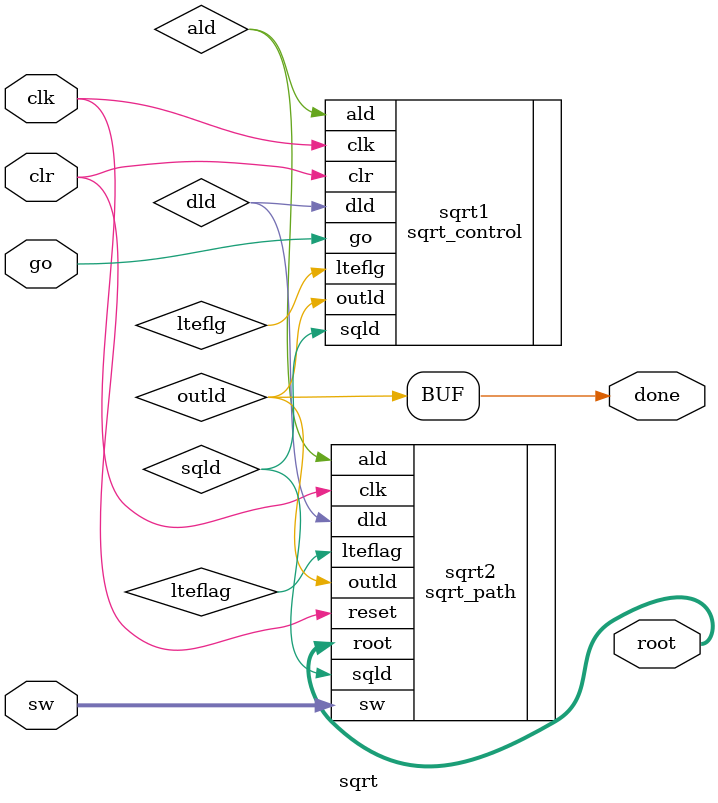
<source format=v>
module sqrt(
	input wire clk,
	input wire clr,
	input wire go,
	input wire [7:0] sw,
	output wire done,
	output wire [3:0] root
);

wire lteflg, ald, sqld, dld, outld;
assign done = outld;

sqrt_control sqrt1 (.clk(clk), .clr(clr), .lteflg(lteflg), .go(go), .ald(ald), .sqld(sqld), .dld(dld), 
.outld(outld));
sqrt_path sqrt2 (.clk(clk), .reset(clr), .ald(ald), .sqld(sqld), .dld(dld), .outld(outld), .sw(sw), 
.lteflag(lteflag), .root(root));
endmodule

</source>
